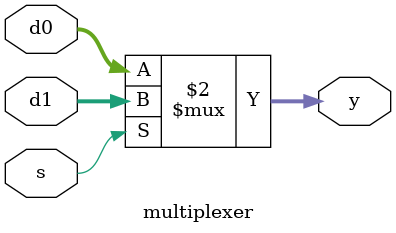
<source format=sv>
module multiplexer #(parameter WIDTH=8)
                    (input logic s,
		    input logic [WIDTH-1: 0] d0, d1,
		    output logic [WIDTH-1: 0] y);

   assign y = s == 1'b0 ? d0 : d1;

endmodule // multiplexer

</source>
